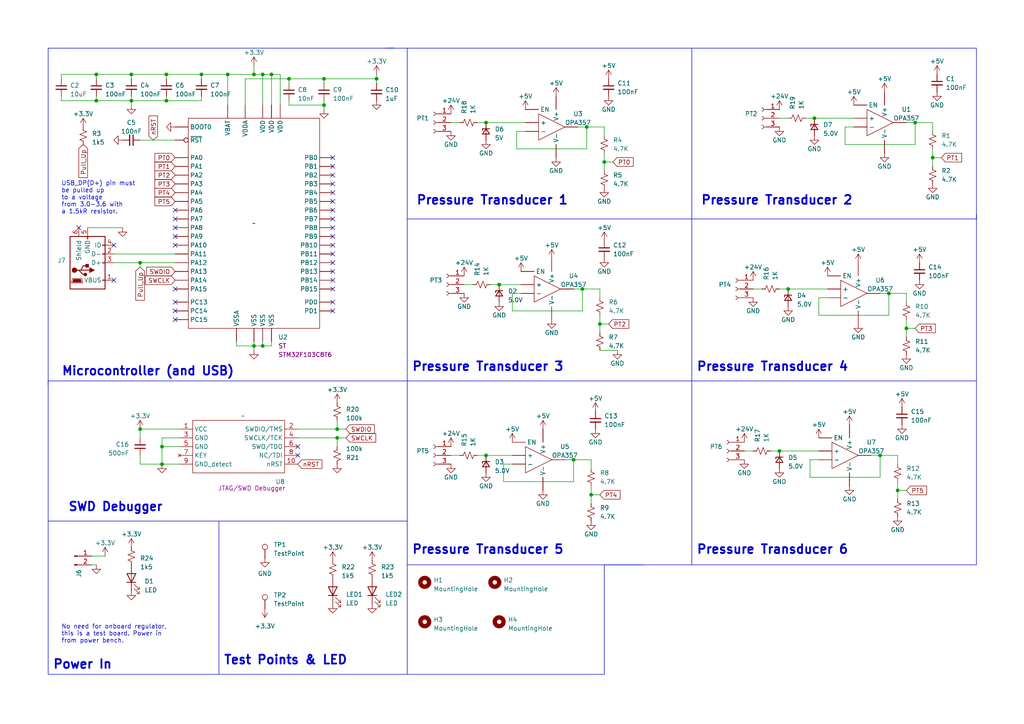
<source format=kicad_sch>
(kicad_sch (version 20230121) (generator eeschema)
  (paper "A4")
  (title_block (title "PT_reading_test") (date "2023-11-09") (rev "1") (company "UCI Rocket Project (Liquids)") (comment 1 "By: Gavin Nguyen and Alexandra Zhang Jiang"))
  (junction (at 97.79 124.46))
  (junction (at 93.98 22.86))
  (junction (at 76.2 21.59))
  (junction (at 38.1 21.59))
  (junction (at 83.82 22.86))
  (junction (at 48.26 21.59))
  (junction (at 175.26 46.99))
  (junction (at 168.91 83.82))
  (junction (at 170.18 36.83))
  (junction (at 46.99 134.62))
  (junction (at 73.66 21.59))
  (junction (at 48.26 29.21))
  (junction (at 27.94 21.59))
  (junction (at 38.1 29.21))
  (junction (at 93.98 30.48))
  (junction (at 73.66 100.33))
  (junction (at 260.35 142.24))
  (junction (at 140.97 132.08))
  (junction (at 78.74 21.59))
  (junction (at 262.89 95.25))
  (junction (at 226.06 130.81))
  (junction (at 270.51 45.72))
  (junction (at 40.64 124.46))
  (junction (at 257.81 85.09))
  (junction (at 255.27 132.08))
  (junction (at 109.22 22.86))
  (junction (at 236.22 34.29))
  (junction (at 173.99 93.98))
  (junction (at 144.78 82.55))
  (junction (at 166.37 133.35))
  (junction (at 27.94 29.21))
  (junction (at 66.04 21.59))
  (junction (at 46.99 129.54))
  (junction (at 97.79 127))
  (junction (at 171.45 143.51))
  (junction (at 228.6 83.82))
  (junction (at 58.42 21.59))
  (junction (at 40.64 76.2))
  (junction (at 140.97 35.56))
  (junction (at 265.43 35.56))
  (junction (at 76.2 100.33))
  (no_connect (at 86.36 129.54))
  (no_connect (at 96.52 55.88))
  (no_connect (at 96.52 83.82))
  (no_connect (at 50.8 71.12))
  (no_connect (at 50.8 63.5))
  (no_connect (at 50.8 83.82))
  (no_connect (at 96.52 48.26))
  (no_connect (at 50.8 90.17))
  (no_connect (at 96.52 76.2))
  (no_connect (at 96.52 81.28))
  (no_connect (at 96.52 50.8))
  (no_connect (at 50.8 60.96))
  (no_connect (at 96.52 58.42))
  (no_connect (at 96.52 66.04))
  (no_connect (at 86.36 132.08))
  (no_connect (at 33.02 81.28))
  (no_connect (at 50.8 68.58))
  (no_connect (at 50.8 66.04))
  (no_connect (at 96.52 71.12))
  (no_connect (at 96.52 90.17))
  (no_connect (at 33.02 71.12))
  (no_connect (at 96.52 78.74))
  (no_connect (at 96.52 73.66))
  (no_connect (at 96.52 87.63))
  (no_connect (at 22.86 66.04))
  (no_connect (at 96.52 60.96))
  (no_connect (at 96.52 68.58))
  (no_connect (at 50.8 92.71))
  (no_connect (at 50.8 87.63))
  (no_connect (at 96.52 53.34))
  (no_connect (at 96.52 45.72))
  (no_connect (at 96.52 63.5))
  (wire (pts (xy 27.94 163.83) (xy 26.67 163.83)))
  (wire (pts (xy 270.51 45.72) (xy 273.05 45.72)))
  (wire (pts (xy 76.2 21.59) (xy 78.74 21.59)))
  (polyline (pts (xy 283.21 13.97) (xy 118.11 13.97)))
  (wire (pts (xy 17.78 21.59) (xy 27.94 21.59)))
  (wire (pts (xy 173.99 101.6) (xy 179.07 101.6)))
  (wire (pts (xy 52.07 127) (xy 46.99 127)))
  (wire (pts (xy 138.43 132.08) (xy 140.97 132.08)))
  (wire (pts (xy 93.98 24.13) (xy 93.98 22.86)))
  (wire (pts (xy 83.82 30.48) (xy 93.98 30.48)))
  (wire (pts (xy 265.43 35.56) (xy 270.51 35.56)))
  (wire (pts (xy 148.59 134.62) (xy 146.05 134.62)))
  (wire (pts (xy 76.2 21.59) (xy 76.2 30.48)))
  (wire (pts (xy 38.1 29.21) (xy 38.1 30.48)))
  (wire (pts (xy 257.81 91.44) (xy 257.81 85.09)))
  (wire (pts (xy 171.45 133.35) (xy 171.45 135.89)))
  (wire (pts (xy 233.68 34.29) (xy 236.22 34.29)))
  (wire (pts (xy 260.35 139.7) (xy 260.35 142.24)))
  (wire (pts (xy 76.2 99.06) (xy 76.2 100.33)))
  (wire (pts (xy 175.26 46.99) (xy 175.26 49.53)))
  (wire (pts (xy 175.26 36.83) (xy 175.26 39.37)))
  (wire (pts (xy 40.64 127) (xy 40.64 124.46)))
  (wire (pts (xy 257.81 85.09) (xy 255.27 85.09)))
  (polyline (pts (xy 186.69 163.83) (xy 118.11 163.83)))
  (wire (pts (xy 73.66 21.59) (xy 76.2 21.59)))
  (wire (pts (xy 260.35 132.08) (xy 260.35 134.62)))
  (wire (pts (xy 171.45 140.97) (xy 171.45 143.51)))
  (polyline (pts (xy 13.97 151.13) (xy 118.11 151.13)))
  (wire (pts (xy 17.78 29.21) (xy 27.94 29.21)))
  (wire (pts (xy 152.4 38.1) (xy 149.86 38.1)))
  (wire (pts (xy 78.74 99.06) (xy 78.74 100.33)))
  (wire (pts (xy 226.06 130.81) (xy 237.49 130.81)))
  (wire (pts (xy 97.79 127) (xy 86.36 127)))
  (wire (pts (xy 168.91 83.82) (xy 173.99 83.82)))
  (wire (pts (xy 171.45 143.51) (xy 173.99 143.51)))
  (wire (pts (xy 146.05 134.62) (xy 146.05 139.7)))
  (polyline (pts (xy 13.97 110.49) (xy 13.97 13.97)))
  (wire (pts (xy 218.44 83.82) (xy 220.98 83.82)))
  (wire (pts (xy 68.58 99.06) (xy 68.58 100.33)))
  (polyline (pts (xy 63.5 151.13) (xy 63.5 195.58)))
  (wire (pts (xy 40.64 124.46) (xy 52.07 124.46)))
  (wire (pts (xy 48.26 29.21) (xy 58.42 29.21)))
  (wire (pts (xy 73.66 101.6) (xy 73.66 100.33)))
  (wire (pts (xy 48.26 21.59) (xy 58.42 21.59)))
  (wire (pts (xy 38.1 29.21) (xy 38.1 27.94)))
  (wire (pts (xy 27.94 29.21) (xy 38.1 29.21)))
  (wire (pts (xy 237.49 91.44) (xy 257.81 91.44)))
  (polyline (pts (xy 118.11 195.58) (xy 175.26 195.58)))
  (polyline (pts (xy 283.21 163.83) (xy 283.21 13.97)))
  (wire (pts (xy 86.36 124.46) (xy 97.79 124.46)))
  (wire (pts (xy 58.42 29.21) (xy 58.42 27.94)))
  (wire (pts (xy 46.99 134.62) (xy 52.07 134.62)))
  (wire (pts (xy 245.11 36.83) (xy 245.11 41.91)))
  (wire (pts (xy 134.62 82.55) (xy 137.16 82.55)))
  (polyline (pts (xy 118.11 195.58) (xy 118.11 151.13)))
  (wire (pts (xy 40.64 76.2) (xy 40.64 77.47)))
  (wire (pts (xy 234.95 133.35) (xy 234.95 138.43)))
  (wire (pts (xy 223.52 130.81) (xy 226.06 130.81)))
  (polyline (pts (xy 113.03 13.97) (xy 118.11 13.97)))
  (wire (pts (xy 255.27 132.08) (xy 260.35 132.08)))
  (wire (pts (xy 68.58 100.33) (xy 73.66 100.33)))
  (wire (pts (xy 140.97 132.08) (xy 148.59 132.08)))
  (polyline (pts (xy 19.05 13.97) (xy 19.05 13.97)))
  (polyline (pts (xy 13.97 151.13) (xy 13.97 195.58)))
  (wire (pts (xy 173.99 91.44) (xy 173.99 93.98)))
  (wire (pts (xy 166.37 139.7) (xy 166.37 133.35)))
  (wire (pts (xy 148.59 85.09) (xy 148.59 90.17)))
  (polyline (pts (xy 13.97 110.49) (xy 13.97 111.76)))
  (wire (pts (xy 83.82 22.86) (xy 93.98 22.86)))
  (wire (pts (xy 237.49 133.35) (xy 234.95 133.35)))
  (wire (pts (xy 17.78 22.86) (xy 17.78 21.59)))
  (wire (pts (xy 66.04 21.59) (xy 66.04 30.48)))
  (wire (pts (xy 83.82 24.13) (xy 83.82 22.86)))
  (wire (pts (xy 166.37 133.35) (xy 171.45 133.35)))
  (wire (pts (xy 262.89 92.71) (xy 262.89 95.25)))
  (wire (pts (xy 40.64 76.2) (xy 50.8 76.2)))
  (wire (pts (xy 58.42 21.59) (xy 58.42 22.86)))
  (polyline (pts (xy 118.11 63.5) (xy 200.66 63.5)))
  (wire (pts (xy 100.33 124.46) (xy 97.79 124.46)))
  (wire (pts (xy 83.82 29.21) (xy 83.82 30.48)))
  (wire (pts (xy 48.26 27.94) (xy 48.26 29.21)))
  (wire (pts (xy 66.04 21.59) (xy 73.66 21.59)))
  (wire (pts (xy 255.27 132.08) (xy 252.73 132.08)))
  (wire (pts (xy 130.81 132.08) (xy 133.35 132.08)))
  (wire (pts (xy 173.99 93.98) (xy 176.53 93.98)))
  (wire (pts (xy 255.27 138.43) (xy 255.27 132.08)))
  (polyline (pts (xy 200.66 110.49) (xy 283.21 110.49)))
  (wire (pts (xy 27.94 21.59) (xy 38.1 21.59)))
  (wire (pts (xy 38.1 21.59) (xy 48.26 21.59)))
  (wire (pts (xy 270.51 35.56) (xy 270.51 38.1)))
  (wire (pts (xy 234.95 138.43) (xy 255.27 138.43)))
  (wire (pts (xy 93.98 22.86) (xy 109.22 22.86)))
  (wire (pts (xy 175.26 46.99) (xy 177.8 46.99)))
  (wire (pts (xy 109.22 21.59) (xy 109.22 22.86)))
  (wire (pts (xy 142.24 82.55) (xy 144.78 82.55)))
  (wire (pts (xy 40.64 40.64) (xy 50.8 40.64)))
  (wire (pts (xy 73.66 100.33) (xy 76.2 100.33)))
  (wire (pts (xy 109.22 22.86) (xy 109.22 24.13)))
  (wire (pts (xy 262.89 95.25) (xy 265.43 95.25)))
  (polyline (pts (xy 200.66 110.49) (xy 118.11 110.49)))
  (wire (pts (xy 262.89 85.09) (xy 262.89 87.63)))
  (wire (pts (xy 73.66 19.05) (xy 73.66 21.59)))
  (wire (pts (xy 245.11 41.91) (xy 265.43 41.91)))
  (wire (pts (xy 76.2 100.33) (xy 78.74 100.33)))
  (wire (pts (xy 81.28 21.59) (xy 81.28 30.48)))
  (wire (pts (xy 40.64 134.62) (xy 46.99 134.62)))
  (wire (pts (xy 93.98 30.48) (xy 93.98 29.21)))
  (polyline (pts (xy 200.66 63.5) (xy 283.21 63.5)))
  (wire (pts (xy 149.86 43.18) (xy 170.18 43.18)))
  (polyline (pts (xy 200.66 110.49) (xy 200.66 163.83)))
  (wire (pts (xy 33.02 73.66) (xy 50.8 73.66)))
  (wire (pts (xy 97.79 127) (xy 100.33 127)))
  (wire (pts (xy 168.91 90.17) (xy 168.91 83.82)))
  (polyline (pts (xy 283.21 62.23) (xy 283.21 63.5)))
  (polyline (pts (xy 118.11 13.97) (xy 118.11 110.49)))
  (wire (pts (xy 33.02 76.2) (xy 40.64 76.2)))
  (wire (pts (xy 93.98 30.48) (xy 93.98 31.75)))
  (wire (pts (xy 138.43 35.56) (xy 140.97 35.56)))
  (wire (pts (xy 144.78 82.55) (xy 151.13 82.55)))
  (wire (pts (xy 240.03 86.36) (xy 237.49 86.36)))
  (wire (pts (xy 171.45 143.51) (xy 171.45 146.05)))
  (wire (pts (xy 257.81 85.09) (xy 262.89 85.09)))
  (polyline (pts (xy 13.97 195.58) (xy 118.11 195.58)))
  (wire (pts (xy 48.26 21.59) (xy 48.26 22.86)))
  (wire (pts (xy 140.97 35.56) (xy 152.4 35.56)))
  (wire (pts (xy 38.1 21.59) (xy 38.1 22.86)))
  (wire (pts (xy 270.51 45.72) (xy 270.51 48.26)))
  (wire (pts (xy 71.12 22.86) (xy 83.82 22.86)))
  (wire (pts (xy 71.12 22.86) (xy 71.12 30.48)))
  (wire (pts (xy 173.99 83.82) (xy 173.99 86.36)))
  (polyline (pts (xy 200.66 63.5) (xy 200.66 13.97)))
  (wire (pts (xy 175.26 44.45) (xy 175.26 46.99)))
  (polyline (pts (xy 175.26 195.58) (xy 175.26 163.83)))
  (wire (pts (xy 228.6 83.82) (xy 240.03 83.82)))
  (wire (pts (xy 46.99 129.54) (xy 46.99 134.62)))
  (wire (pts (xy 78.74 21.59) (xy 81.28 21.59)))
  (wire (pts (xy 58.42 21.59) (xy 66.04 21.59)))
  (wire (pts (xy 262.89 95.25) (xy 262.89 97.79)))
  (wire (pts (xy 226.06 83.82) (xy 228.6 83.82)))
  (polyline (pts (xy 13.97 13.97) (xy 114.3 13.97)))
  (wire (pts (xy 148.59 90.17) (xy 168.91 90.17)))
  (polyline (pts (xy 118.11 110.49) (xy 13.97 110.49)))
  (wire (pts (xy 27.94 21.59) (xy 27.94 22.86)))
  (wire (pts (xy 40.64 132.08) (xy 40.64 134.62)))
  (wire (pts (xy 146.05 139.7) (xy 166.37 139.7)))
  (wire (pts (xy 17.78 27.94) (xy 17.78 29.21)))
  (wire (pts (xy 260.35 142.24) (xy 262.89 142.24)))
  (wire (pts (xy 170.18 36.83) (xy 167.64 36.83)))
  (wire (pts (xy 30.48 161.29) (xy 26.67 161.29)))
  (polyline (pts (xy 111.76 13.97) (xy 114.3 13.97)))
  (wire (pts (xy 166.37 133.35) (xy 163.83 133.35)))
  (wire (pts (xy 170.18 43.18) (xy 170.18 36.83)))
  (wire (pts (xy 247.65 36.83) (xy 245.11 36.83)))
  (wire (pts (xy 151.13 85.09) (xy 148.59 85.09)))
  (wire (pts (xy 260.35 142.24) (xy 260.35 144.78)))
  (wire (pts (xy 46.99 127) (xy 46.99 129.54)))
  (wire (pts (xy 168.91 83.82) (xy 166.37 83.82)))
  (wire (pts (xy 170.18 36.83) (xy 175.26 36.83)))
  (wire (pts (xy 78.74 21.59) (xy 78.74 30.48)))
  (wire (pts (xy 236.22 34.29) (xy 247.65 34.29)))
  (wire (pts (xy 265.43 41.91) (xy 265.43 35.56)))
  (polyline (pts (xy 118.11 151.13) (xy 118.11 110.49)))
  (wire (pts (xy 130.81 35.56) (xy 133.35 35.56)))
  (polyline (pts (xy 13.97 110.49) (xy 13.97 151.13)))
  (wire (pts (xy 46.99 129.54) (xy 52.07 129.54)))
  (wire (pts (xy 25.4 66.04) (xy 35.56 66.04)))
  (wire (pts (xy 270.51 43.18) (xy 270.51 45.72)))
  (wire (pts (xy 27.94 27.94) (xy 27.94 29.21)))
  (wire (pts (xy 265.43 35.56) (xy 262.89 35.56)))
  (wire (pts (xy 173.99 93.98) (xy 173.99 96.52)))
  (wire (pts (xy 215.9 130.81) (xy 218.44 130.81)))
  (wire (pts (xy 97.79 121.92) (xy 97.79 124.46)))
  (polyline (pts (xy 200.66 63.5) (xy 200.66 110.49)))
  (wire (pts (xy 149.86 38.1) (xy 149.86 43.18)))
  (wire (pts (xy 38.1 29.21) (xy 48.26 29.21)))
  (wire (pts (xy 73.66 99.06) (xy 73.66 100.33)))
  (polyline (pts (xy 175.26 163.83) (xy 283.21 163.83)))
  (wire (pts (xy 97.79 129.54) (xy 97.79 127)))
  (wire (pts (xy 237.49 86.36) (xy 237.49 91.44)))
  (wire (pts (xy 226.06 34.29) (xy 228.6 34.29)))
  (text "SWD Debugger" (at 19.685 148.59 0) (effects (font (size 2.5 2.5) (thickness 0.5) bold) (justify left bottom)))
  (text "Pressure Transducer 1" (at 120.65 59.69 0) (effects (font (size 2.55 2.55) (thickness 0.51) bold) (justify left bottom)))
  (text "Pressure Transducer 2\n" (at 203.2 59.69 0) (effects (font (size 2.55 2.55) (thickness 0.51) bold) (justify left bottom)))
  (text "Pressure Transducer 4\n" (at 201.93 107.95 0) (effects (font (size 2.55 2.55) (thickness 0.51) bold) (justify left bottom)))
  (text "Microcontroller (and USB)" (at 17.78 109.22 0) (effects (font (size 2.5 2.5) (thickness 0.5) bold) (justify left bottom)))
  (text "Pressure Transducer 6\n\n" (at 201.93 165.1 0) (effects (font (size 2.55 2.55) (thickness 0.51) bold) (justify left bottom)))
  (text "USB_DP(D+) pin must\nbe pulled up\nto a voltage\nfrom 3.0-3.6 with\na 1.5kR resistor." (at 17.78 62.23 0) (effects (font (size 1.27 1.27)) (justify left bottom)))
  (text "Power In" (at 15.24 194.31 0) (effects (font (size 2.55 2.55) (thickness 0.51) bold) (justify left bottom)))
  (text "Pressure Transducer 5\n\n" (at 119.38 165.1 0) (effects (font (size 2.55 2.55) (thickness 0.51) bold) (justify left bottom)))
  (text "No need for onboard regulator,\nthis is a test board. Power in\nfrom power bench." (at 17.78 186.69 0) (effects (font (size 1.27 1.27)) (justify left bottom)))
  (text "Test Points & LED" (at 64.77 193.04 0) (effects (font (size 2.55 2.55) (thickness 0.51) bold) (justify left bottom)))
  (text "Pressure Transducer 3\n" (at 119.38 107.95 0) (effects (font (size 2.55 2.55) (thickness 0.51) bold) (justify left bottom)))
  (global_label "PT1" (shape input) (at 50.8 48.26 180) (property "Intersheetrefs" "${INTERSHEET_REFS}" (effects hide)))
  (global_label "PT2" (shape input) (at 50.8 50.8 180) (property "Intersheetrefs" "${INTERSHEET_REFS}" (effects hide)))
  (global_label "PT0" (shape input) (at 177.8 46.99 0) (property "Intersheetrefs" "${INTERSHEET_REFS}" (effects hide)))
  (global_label "PT0" (shape input) (at 50.8 45.72 180) (property "Intersheetrefs" "${INTERSHEET_REFS}" (effects hide)))
  (global_label "Pull_Up" (shape input) (at 24.13 41.91 270) (property "Intersheetrefs" "${INTERSHEET_REFS}" (effects hide)))
  (global_label "SWDIO" (shape input) (at 50.8 78.74 180) (property "Intersheetrefs" "${INTERSHEET_REFS}" (effects hide)))
  (global_label "PT2" (shape input) (at 176.53 93.98 0) (property "Intersheetrefs" "${INTERSHEET_REFS}" (effects hide)))
  (global_label "Pull_Up" (shape input) (at 40.64 77.47 270) (property "Intersheetrefs" "${INTERSHEET_REFS}" (effects hide)))
  (global_label "PT3" (shape input) (at 265.43 95.25 0) (property "Intersheetrefs" "${INTERSHEET_REFS}" (effects hide)))
  (global_label "nRST" (shape input) (at 44.45 40.64 90) (property "Intersheetrefs" "${INTERSHEET_REFS}" (effects hide)))
  (global_label "PT4" (shape input) (at 50.8 55.88 180) (property "Intersheetrefs" "${INTERSHEET_REFS}" (effects hide)))
  (global_label "SWCLK" (shape input) (at 50.8 81.28 180) (property "Intersheetrefs" "${INTERSHEET_REFS}" (effects hide)))
  (global_label "SWDIO" (shape input) (at 100.33 124.46 0) (property "Intersheetrefs" "${INTERSHEET_REFS}" (effects hide)))
  (global_label "PT1" (shape input) (at 273.05 45.72 0) (property "Intersheetrefs" "${INTERSHEET_REFS}" (effects hide)))
  (global_label "nRST" (shape input) (at 86.36 134.62 0) (property "Intersheetrefs" "${INTERSHEET_REFS}" (effects hide)))
  (global_label "PT5" (shape input) (at 262.89 142.24 0) (property "Intersheetrefs" "${INTERSHEET_REFS}" (effects hide)))
  (global_label "PT3" (shape input) (at 50.8 53.34 180) (property "Intersheetrefs" "${INTERSHEET_REFS}" (effects hide)))
  (global_label "SWCLK" (shape input) (at 100.33 127 0) (property "Intersheetrefs" "${INTERSHEET_REFS}" (effects hide)))
  (global_label "PT4" (shape input) (at 173.99 143.51 0) (property "Intersheetrefs" "${INTERSHEET_REFS}" (effects hide)))
  (global_label "PT5" (shape input) (at 50.8 58.42 180) (property "Intersheetrefs" "${INTERSHEET_REFS}" (effects hide)))
  (symbol (lib_id "power:+5V") (at 152.4 31.75 0) (unit 1)
    (property "Reference" "#PWR027" (effects hide))
    (property "Value" "+5V" (at 152.4 27.94 0))
  )
  (symbol (lib_id "power:+5V") (at 157.48 124.46 0) (unit 1)
    (property "Reference" "#PWR044" (effects hide))
    (property "Value" "+5V" (at 157.48 120.65 0))
  )
  (symbol (lib_id "power:GND") (at 144.78 87.63 0) (unit 1)
    (property "Reference" "#PWR065" (effects hide))
    (property "Value" "GND" (at 144.78 91.44 0))
  )
  (symbol (lib_id "power:GND") (at 109.22 29.21 0) (unit 1)
    (property "Reference" "#PWR020" (effects hide))
    (property "Value" "GND" (effects hide))
  )
  (symbol (lib_id "power:+5V") (at 160.02 74.93 0) (unit 1)
    (property "Reference" "#PWR036" (effects hide))
    (property "Value" "+5V" (at 160.02 71.12 0))
  )
  (symbol (lib_id "Mechanical:MountingHole") (at 143.51 168.91 0) (unit 1)
    (property "Reference" "H2" (at 146.05 168.275 0) (effects (justify left)))
    (property "Value" "MountingHole" (at 146.05 170.815 0) (effects (justify left)))
    (property "Footprint" "MountingHole:MountingHole_3.2mm_M3" (effects hide))
  )
  (symbol (lib_id "power:GND") (at 38.1 30.48 0) (unit 1)
    (property "Reference" "#PWR014" (effects hide))
    (property "Value" "GND" (effects hide))
  )
  (symbol (lib_id "power:GND") (at 35.56 66.04 0) (unit 1)
    (property "Reference" "#PWR013" (effects hide))
    (property "Value" "GND" (effects hide))
  )
  (symbol (lib_id "power:GND") (at 157.48 142.24 0) (unit 1)
    (property "Reference" "#PWR045" (effects hide))
    (property "Value" "GND" (at 157.48 146.05 0))
  )
  (symbol (lib_id "power:+5V") (at 248.92 76.2 0) (unit 1)
    (property "Reference" "#PWR052" (effects hide))
    (property "Value" "+5V" (at 248.92 72.39 0))
  )
  (symbol (lib_id "Device:R_Small_US") (at 175.26 52.07 0) (unit 1)
    (property "Reference" "R5" (at 177.8 50.8 0) (effects (justify left)))
    (property "Value" "4.7K" (at 177.8 53.34 0) (effects (justify left)))
    (property "Footprint" "Resistor_SMD:R_0603_1608Metric" (effects hide))
    (property "Manufacturer" "Generic" (effects hide))
    (property "Part #" "Generic 4.7K 0603 Resistor" (effects hide))
  )
  (symbol (lib_id "Connector:Conn_01x03_Female") (at 125.73 132.08 0) (mirror y) (unit 1)
    (property "Reference" "PT5" (at 124.46 130.81 0) (effects (justify left)))
    (property "Value" "Pressure Transducer 0" (effects hide))
    (property "Footprint" "TerminalBlock:TerminalBlock_bornier-3_P5.08mm" (effects hide))
    (property "Manufacturer" "Generic" (effects hide))
    (property "Part #" "Generic 3x5.08 Screw Terminal" (effects hide))
  )
  (symbol (lib_id "power:GND") (at 76.835 161.925 0) (unit 1)
    (property "Reference" "#PWR075" (effects hide))
    (property "Value" "GND" (at 76.835 166.37 0))
  )
  (symbol (lib_id "power:+3.3V") (at 38.1 158.75 0) (unit 1)
    (property "Reference" "#PWR023" (effects hide))
    (property "Value" "+3.3V" (at 38.1 154.94 0))
  )
  (symbol (lib_id "Device:R_Small_US") (at 97.79 119.38 0) (unit 1)
    (property "Reference" "R20" (at 100.33 118.745 0) (effects (justify left)))
    (property "Value" "100k" (at 100.33 121.285 0) (effects (justify left)))
    (property "Footprint" "Resistor_SMD:R_0603_1608Metric" (effects hide))
  )
  (symbol (lib_id "Device:R_Small_US") (at 24.13 39.37 0) (unit 1)
    (property "Reference" "R3" (at 26.67 38.735 0) (effects (justify left)))
    (property "Value" "1k5" (at 26.67 41.275 0) (effects (justify left)))
    (property "Footprint" "Resistor_SMD:R_0402_1005Metric" (effects hide))
  )
  (symbol (lib_id "power:+24V") (at 218.44 81.28 0) (unit 1)
    (property "Reference" "#PWR049" (effects hide))
    (property "Value" "+24V" (at 218.44 77.47 0))
  )
  (symbol (lib_id "Device:R_Small_US") (at 38.1 161.29 0) (unit 1)
    (property "Reference" "R24" (at 40.64 161.925 0) (effects (justify left)))
    (property "Value" "1k5" (at 40.64 164.465 0) (effects (justify left)))
    (property "Footprint" "Resistor_SMD:R_0603_1608Metric" (effects hide))
  )
  (symbol (lib_id "ECU:OPA357") (at 157.48 83.82 0) (unit 1)
    (property "Reference" "U4" (at 166.37 80.01 0))
    (property "Value" "OPA357" (at 166.37 82.55 0))
    (property "Footprint" "Package_TO_SOT_SMD:SOT-23-6" (effects hide))
    (property "Manufacturer" "TI" (effects hide))
    (property "Part #" "OPA357AIDBVT" (effects hide))
  )
  (symbol (lib_id "power:GND") (at 96.52 175.26 0) (unit 1)
    (property "Reference" "#PWR078" (effects hide))
    (property "Value" "GND" (effects hide))
  )
  (symbol (lib_id "power:GND") (at 226.06 36.83 0) (unit 1)
    (property "Reference" "#PWR02" (effects hide))
    (property "Value" "GND" (at 226.06 40.64 0))
  )
  (symbol (lib_id "power:+24V") (at 130.81 33.02 0) (unit 1)
    (property "Reference" "#PWR025" (effects hide))
    (property "Value" "+24V" (at 130.81 29.21 0))
  )
  (symbol (lib_id "Device:D_Zener_Small") (at 140.97 38.1 90) (mirror x) (unit 1)
    (property "Reference" "D6" (at 143.51 37.465 90) (effects (justify right)))
    (property "Value" "5V" (at 143.51 40.005 90) (effects (justify right)))
    (property "Footprint" "Diode_SMD:D_0402_1005Metric" (effects hide))
  )
  (symbol (lib_id "power:GND") (at 260.35 149.86 0) (unit 1)
    (property "Reference" "#PWR062" (effects hide))
    (property "Value" "GND" (at 260.35 153.67 0))
  )
  (symbol (lib_id "power:GND") (at 175.26 54.61 0) (unit 1)
    (property "Reference" "#PWR030" (effects hide))
    (property "Value" "GND" (at 175.26 58.42 0))
  )
  (symbol (lib_id "Device:R_Small_US") (at 220.98 130.81 90) (unit 1)
    (property "Reference" "R17" (at 219.71 128.27 0) (effects (justify left)))
    (property "Value" "1K" (at 222.25 128.27 0) (effects (justify left)))
    (property "Footprint" "Resistor_SMD:R_0603_1608Metric" (effects hide))
    (property "Manufacturer" "Generic" (effects hide))
    (property "Part #" "Generic 4.7K 0603 Resistor" (effects hide))
  )
  (symbol (lib_id "power:GND") (at 172.72 124.46 0) (unit 1)
    (property "Reference" "#PWR048" (effects hide))
    (property "Value" "GND" (at 172.72 128.27 0))
  )
  (symbol (lib_id "power:+5V") (at 240.03 80.01 0) (unit 1)
    (property "Reference" "#PWR051" (effects hide))
    (property "Value" "+5V" (at 240.03 76.2 0))
  )
  (symbol (lib_id "power:+5V") (at 151.13 78.74 0) (unit 1)
    (property "Reference" "#PWR035" (effects hide))
    (property "Value" "+5V" (at 151.13 74.93 0))
  )
  (symbol (lib_id "Mechanical:MountingHole") (at 144.78 180.34 0) (unit 1)
    (property "Reference" "H4" (at 147.32 179.705 0) (effects (justify left)))
    (property "Value" "MountingHole" (at 147.32 182.245 0) (effects (justify left)))
    (property "Footprint" "MountingHole:MountingHole_3.2mm_M3" (effects hide))
  )
  (symbol (lib_id "power:+3.3V") (at 30.48 161.29 0) (unit 1)
    (property "Reference" "#PWR022" (effects hide))
    (property "Value" "+3.3V" (at 30.48 157.48 0))
  )
  (symbol (lib_id "ECU:OPA357") (at 243.84 132.08 0) (unit 1)
    (property "Reference" "U7" (at 252.73 128.27 0))
    (property "Value" "OPA357" (at 252.73 130.81 0))
    (property "Footprint" "Package_TO_SOT_SMD:SOT-23-6" (effects hide))
    (property "Manufacturer" "TI" (effects hide))
    (property "Part #" "OPA357AIDBVT" (effects hide))
  )
  (symbol (lib_id "power:+5V") (at 148.59 128.27 0) (unit 1)
    (property "Reference" "#PWR043" (effects hide))
    (property "Value" "+5V" (at 148.59 124.46 0))
  )
  (symbol (lib_id "power:+5V") (at 175.26 69.85 0) (unit 1)
    (property "Reference" "#PWR039" (effects hide))
    (property "Value" "+5V" (at 175.26 66.04 0))
  )
  (symbol (lib_id "power:GND") (at 93.98 31.75 0) (unit 1)
    (property "Reference" "#PWR018" (effects hide))
    (property "Value" "GND" (effects hide))
  )
  (symbol (lib_id "Device:C_Small") (at 58.42 25.4 0) (unit 1)
    (property "Reference" "C7" (at 60.96 24.7713 0) (effects (justify left)))
    (property "Value" "100nF" (at 60.96 27.3113 0) (effects (justify left)))
    (property "Footprint" "Capacitor_SMD:C_0402_1005Metric" (effects hide))
  )
  (symbol (lib_id "Connector:USB_B_Micro") (at 25.4 76.2 0) (mirror x) (unit 1)
    (property "Reference" "J7" (at 19.05 75.565 0) (effects (justify right)))
    (property "Value" "USB_B_Micro" (effects hide))
    (property "Footprint" "Connector_USB:USB_Micro-B_Wuerth_629105150521" (effects hide))
  )
  (symbol (lib_id "power:GND") (at 130.81 134.62 0) (unit 1)
    (property "Reference" "#PWR042" (effects hide))
    (property "Value" "GND" (at 130.81 138.43 0))
  )
  (symbol (lib_id "Device:LED") (at 96.52 171.45 90) (unit 1)
    (property "Reference" "LED1" (at 100.33 172.4025 90) (effects (justify right)))
    (property "Value" "LED" (at 100.33 174.9425 90) (effects (justify right)))
    (property "Footprint" "LED_SMD:LED_0603_1608Metric" (effects hide))
  )
  (symbol (lib_id "Device:C_Small") (at 83.82 26.67 0) (unit 1)
    (property "Reference" "C8" (at 86.36 26.0413 0) (effects (justify left)))
    (property "Value" "10nF" (at 86.36 28.5813 0) (effects (justify left)))
    (property "Footprint" "Capacitor_SMD:C_0402_1005Metric" (effects hide))
  )
  (symbol (lib_id "Device:R_Small_US") (at 223.52 83.82 90) (unit 1)
    (property "Reference" "R16" (at 222.25 81.28 0) (effects (justify left)))
    (property "Value" "1K" (at 224.79 81.28 0) (effects (justify left)))
    (property "Footprint" "Resistor_SMD:R_0603_1608Metric" (effects hide))
    (property "Manufacturer" "Generic" (effects hide))
    (property "Part #" "Generic 4.7K 0603 Resistor" (effects hide))
  )
  (symbol (lib_id "Device:R_Small_US") (at 173.99 99.06 0) (unit 1)
    (property "Reference" "R7" (at 176.53 97.79 0) (effects (justify left)))
    (property "Value" "4.7K" (at 176.53 100.33 0) (effects (justify left)))
    (property "Footprint" "Resistor_SMD:R_0603_1608Metric" (effects hide))
    (property "Manufacturer" "Generic" (effects hide))
    (property "Part #" "Generic 4.7K 0603 Resistor" (effects hide))
  )
  (symbol (lib_id "power:+3.3V") (at 109.22 21.59 0) (unit 1)
    (property "Reference" "#PWR019" (effects hide))
    (property "Value" "+3.3V" (at 109.22 17.78 0))
  )
  (symbol (lib_id "power:GND") (at 140.97 137.16 0) (unit 1)
    (property "Reference" "#PWR066" (effects hide))
    (property "Value" "GND" (at 140.97 140.97 0))
  )
  (symbol (lib_id "Device:R_Small_US") (at 270.51 50.8 0) (unit 1)
    (property "Reference" "R2" (at 273.05 49.53 0) (effects (justify left)))
    (property "Value" "4.7K" (at 273.05 52.07 0) (effects (justify left)))
    (property "Footprint" "Resistor_SMD:R_0603_1608Metric" (effects hide))
    (property "Manufacturer" "Generic" (effects hide))
    (property "Part #" "Generic 4.7K 0603 Resistor" (effects hide))
  )
  (symbol (lib_id "power:+5V") (at 256.54 26.67 0) (unit 1)
    (property "Reference" "#PWR04" (effects hide))
    (property "Value" "+5V" (at 256.54 22.86 0))
  )
  (symbol (lib_id "Connector:Conn_01x02_Pin") (at 21.59 161.29 0) (unit 1)
    (property "Reference" "J6" (at 22.86 165.1 90) (effects (justify right)))
    (property "Value" "Conn_01x02_Pin" (effects hide))
    (property "Footprint" "TerminalBlock:TerminalBlock_bornier-2_P5.08mm" (effects hide))
  )
  (symbol (lib_id "Device:C_Small") (at 93.98 26.67 0) (unit 1)
    (property "Reference" "C9" (at 96.52 26.0413 0) (effects (justify left)))
    (property "Value" "100nF" (at 96.52 28.5813 0) (effects (justify left)))
    (property "Footprint" "Capacitor_SMD:C_0402_1005Metric" (effects hide))
  )
  (symbol (lib_id "Device:R_Small_US") (at 270.51 40.64 0) (unit 1)
    (property "Reference" "R1" (at 273.05 39.37 0) (effects (justify left)))
    (property "Value" "4.7K" (at 273.05 41.91 0) (effects (justify left)))
    (property "Footprint" "Resistor_SMD:R_0603_1608Metric" (effects hide))
    (property "Manufacturer" "Generic" (effects hide))
    (property "Part #" "Generic 4.7K 0603 Resistor" (effects hide))
  )
  (symbol (lib_id "power:+3.3V") (at 76.835 176.53 180) (unit 1)
    (property "Reference" "#PWR076" (effects hide))
    (property "Value" "+3.3V" (at 76.835 181.61 0))
  )
  (symbol (lib_id "Device:R_Small_US") (at 171.45 138.43 0) (unit 1)
    (property "Reference" "R8" (at 173.99 137.16 0) (effects (justify left)))
    (property "Value" "4.7K" (at 173.99 139.7 0) (effects (justify left)))
    (property "Footprint" "Resistor_SMD:R_0603_1608Metric" (effects hide))
    (property "Manufacturer" "Generic" (effects hide))
    (property "Part #" "Generic 4.7K 0603 Resistor" (effects hide))
  )
  (symbol (lib_id "Device:LED") (at 107.95 171.45 90) (unit 1)
    (property "Reference" "LED2" (at 111.76 172.4025 90) (effects (justify right)))
    (property "Value" "LED" (at 111.76 174.9425 90) (effects (justify right)))
    (property "Footprint" "LED_SMD:LED_0603_1608Metric" (effects hide))
  )
  (symbol (lib_id "power:+24V") (at 130.81 129.54 0) (unit 1)
    (property "Reference" "#PWR041" (effects hide))
    (property "Value" "+24V" (at 130.81 125.73 0))
  )
  (symbol (lib_id "power:GND") (at 226.06 135.89 0) (unit 1)
    (property "Reference" "#PWR068" (effects hide))
    (property "Value" "GND" (at 226.06 139.7 0))
  )
  (symbol (lib_id "Device:C_Small") (at 27.94 25.4 0) (unit 1)
    (property "Reference" "C3" (at 30.48 24.7713 0) (effects (justify left)))
    (property "Value" "100nF" (at 30.48 27.3113 0) (effects (justify left)))
    (property "Footprint" "Capacitor_SMD:C_0402_1005Metric" (effects hide))
  )
  (symbol (lib_id "Device:R_Small_US") (at 135.89 35.56 90) (unit 1)
    (property "Reference" "R18" (at 134.62 33.02 0) (effects (justify left)))
    (property "Value" "1K" (at 137.16 33.02 0) (effects (justify left)))
    (property "Footprint" "Resistor_SMD:R_0603_1608Metric" (effects hide))
    (property "Manufacturer" "Generic" (effects hide))
    (property "Part #" "Generic 4.7K 0603 Resistor" (effects hide))
  )
  (symbol (lib_id "Device:C_Small") (at 175.26 72.39 0) (unit 1)
    (property "Reference" "C12" (at 177.8 71.12 0) (effects (justify left)))
    (property "Value" "100nF" (at 177.8 73.66 0) (effects (justify left)))
    (property "Footprint" "Capacitor_SMD:C_0603_1608Metric" (effects hide))
    (property "Manufacturer" "Generic" (effects hide))
    (property "Part #" "Generic 100nF 0603 MLCC" (effects hide))
  )
  (symbol (lib_id "Connector:TestPoint") (at 76.835 176.53 0) (unit 1)
    (property "Reference" "TP2" (at 79.375 172.593 0) (effects (justify left)))
    (property "Value" "TestPoint" (at 79.375 175.133 0) (effects (justify left)))
    (property "Footprint" "TestPoint:TestPoint_Pad_D2.0mm" (effects hide))
  )
  (symbol (lib_id "Device:R_Small_US") (at 96.52 165.1 180) (unit 1)
    (property "Reference" "R22" (at 99.06 164.465 0) (effects (justify right)))
    (property "Value" "1k5" (at 99.06 167.005 0) (effects (justify right)))
    (property "Footprint" "Resistor_SMD:R_0603_1608Metric" (effects hide))
  )
  (symbol (lib_id "power:+24V") (at 226.06 31.75 0) (unit 1)
    (property "Reference" "#PWR01" (effects hide))
    (property "Value" "+24V" (at 226.06 27.94 0))
  )
  (symbol (lib_id "Device:C_Small") (at 271.78 24.13 0) (unit 1)
    (property "Reference" "C1" (at 274.32 22.86 0) (effects (justify left)))
    (property "Value" "100nF" (at 274.32 25.4 0) (effects (justify left)))
    (property "Footprint" "Capacitor_SMD:C_0603_1608Metric" (effects hide))
    (property "Manufacturer" "Generic" (effects hide))
    (property "Part #" "Generic 100nF 0603 MLCC" (effects hide))
  )
  (symbol (lib_id "Device:C_Small") (at 40.64 129.54 0) (mirror x) (unit 1)
    (property "Reference" "C16" (at 37.465 128.8986 0) (effects (justify right)))
    (property "Value" "500nF" (at 37.465 131.4386 0) (effects (justify right)))
    (property "Footprint" "Capacitor_SMD:C_0402_1005Metric" (effects hide))
  )
  (symbol (lib_id "Device:C_Small") (at 266.7 78.74 0) (unit 1)
    (property "Reference" "C14" (at 269.24 77.47 0) (effects (justify left)))
    (property "Value" "100nF" (at 269.24 80.01 0) (effects (justify left)))
    (property "Footprint" "Capacitor_SMD:C_0603_1608Metric" (effects hide))
    (property "Manufacturer" "Generic" (effects hide))
    (property "Part #" "Generic 100nF 0603 MLCC" (effects hide))
  )
  (symbol (lib_id "Device:D_Zener_Small") (at 226.06 133.35 90) (mirror x) (unit 1)
    (property "Reference" "D5" (at 228.6 132.715 90) (effects (justify right)))
    (property "Value" "5.0V" (at 228.6 135.255 90) (effects (justify right)))
    (property "Footprint" "Diode_SMD:D_0402_1005Metric" (effects hide))
  )
  (symbol (lib_id "power:GND") (at 171.45 151.13 0) (unit 1)
    (property "Reference" "#PWR046" (effects hide))
    (property "Value" "GND" (at 171.45 154.94 0))
  )
  (symbol (lib_id "power:+5V") (at 271.78 21.59 0) (unit 1)
    (property "Reference" "#PWR07" (effects hide))
    (property "Value" "+5V" (at 271.78 17.78 0))
  )
  (symbol (lib_id "power:GND") (at 134.62 85.09 0) (unit 1)
    (property "Reference" "#PWR034" (effects hide))
    (property "Value" "GND" (at 134.62 88.9 0))
  )
  (symbol (lib_id "Device:C_Small") (at 109.22 26.67 0) (unit 1)
    (property "Reference" "C10" (at 111.76 26.0413 0) (effects (justify left)))
    (property "Value" "1uF" (at 111.76 28.5813 0) (effects (justify left)))
    (property "Footprint" "Capacitor_SMD:C_0402_1005Metric" (effects hide))
  )
  (symbol (lib_id "Connector:TestPoint") (at 76.835 161.925 0) (unit 1)
    (property "Reference" "TP1" (at 79.375 157.988 0) (effects (justify left)))
    (property "Value" "TestPoint" (at 79.375 160.528 0) (effects (justify left)))
    (property "Footprint" "TestPoint:TestPoint_Pad_D2.0mm" (effects hide))
  )
  (symbol (lib_id "Device:R_Small_US") (at 175.26 41.91 0) (unit 1)
    (property "Reference" "R4" (at 177.8 40.64 0) (effects (justify left)))
    (property "Value" "4.7K" (at 177.8 43.18 0) (effects (justify left)))
    (property "Footprint" "Resistor_SMD:R_0603_1608Metric" (effects hide))
    (property "Manufacturer" "Generic" (effects hide))
    (property "Part #" "Generic 4.7K 0603 Resistor" (effects hide))
  )
  (symbol (lib_id "ECU:OPA357") (at 246.38 85.09 0) (unit 1)
    (property "Reference" "U6" (at 255.27 81.28 0))
    (property "Value" "OPA357" (at 255.27 83.82 0))
    (property "Footprint" "Package_TO_SOT_SMD:SOT-23-6" (effects hide))
    (property "Manufacturer" "TI" (effects hide))
    (property "Part #" "OPA357AIDBVT" (effects hide))
  )
  (symbol (lib_id "Device:C_Small") (at 38.1 25.4 0) (unit 1)
    (property "Reference" "C4" (at 40.64 24.7713 0) (effects (justify left)))
    (property "Value" "100nF" (at 40.64 27.3113 0) (effects (justify left)))
    (property "Footprint" "Capacitor_SMD:C_0402_1005Metric" (effects hide))
  )
  (symbol (lib_id "Connector:Conn_01x03_Female") (at 220.98 34.29 0) (mirror y) (unit 1)
    (property "Reference" "PT2" (at 219.71 33.02 0) (effects (justify left)))
    (property "Value" "Pressure Transducer 0" (effects hide))
    (property "Footprint" "TerminalBlock:TerminalBlock_bornier-3_P5.08mm" (effects hide))
    (property "Manufacturer" "Generic" (effects hide))
    (property "Part #" "Generic 3x5.08 Screw Terminal" (effects hide))
  )
  (symbol (lib_id "Device:R_Small_US") (at 260.35 137.16 0) (unit 1)
    (property "Reference" "R12" (at 262.89 135.89 0) (effects (justify left)))
    (property "Value" "4.7K" (at 262.89 138.43 0) (effects (justify left)))
    (property "Footprint" "Resistor_SMD:R_0603_1608Metric" (effects hide))
    (property "Manufacturer" "Generic" (effects hide))
    (property "Part #" "Generic 4.7K 0603 Resistor" (effects hide))
  )
  (symbol (lib_id "Mechanical:MountingHole") (at 123.19 180.34 0) (unit 1)
    (property "Reference" "H3" (at 125.73 179.705 0) (effects (justify left)))
    (property "Value" "MountingHole" (at 125.73 182.245 0) (effects (justify left)))
    (property "Footprint" "MountingHole:MountingHole_3.2mm_M3" (effects hide))
  )
  (symbol (lib_id "UCIRP-KiCAD-Lib:STM32F103C8T6") (at 73.66 64.77 0) (unit 1)
    (property "Reference" "U2" (at 80.6959 97.79 0) (effects (justify left)))
    (property "Value" "~" (at 73.66 64.77 0))
    (property "Footprint" "Package_QFP:LQFP-48_7x7mm_P0.5mm" (effects hide))
    (property "Datasheet" "https://www.st.com/resource/en/datasheet/stm32f103cb.pdf" (effects hide))
    (property "Manufacturer" "ST" (at 80.6959 100.33 0) (effects (justify left)))
    (property "Part #" "STM32F103C8T6" (at 80.6959 102.87 0) (effects (justify left)))
  )
  (symbol (lib_id "power:GND") (at 161.29 45.72 0) (unit 1)
    (property "Reference" "#PWR029" (effects hide))
    (property "Value" "GND" (at 161.29 49.53 0))
  )
  (symbol (lib_id "power:GND") (at 256.54 44.45 0) (unit 1)
    (property "Reference" "#PWR05" (effects hide))
    (property "Value" "GND" (at 256.54 48.26 0))
  )
  (symbol (lib_id "power:GND") (at 46.99 134.62 0) (unit 1)
    (property "Reference" "#PWR072" (effects hide))
    (property "Value" "GND" (effects hide))
  )
  (symbol (lib_id "power:+3.3V") (at 107.95 162.56 0) (unit 1)
    (property "Reference" "#PWR010" (effects hide))
    (property "Value" "+3.3V" (at 107.95 158.75 0))
  )
  (symbol (lib_id "Device:R_Small_US") (at 107.95 165.1 180) (unit 1)
    (property "Reference" "R23" (at 110.49 164.465 0) (effects (justify right)))
    (property "Value" "1k5" (at 110.49 167.005 0) (effects (justify right)))
    (property "Footprint" "Resistor_SMD:R_0603_1608Metric" (effects hide))
  )
  (symbol (lib_id "power:GND") (at 236.22 39.37 0) (unit 1)
    (property "Reference" "#PWR070" (effects hide))
    (property "Value" "GND" (at 236.22 43.18 0))
  )
  (symbol (lib_id "ECU:OPA357") (at 158.75 36.83 0) (unit 1)
    (property "Reference" "U3" (at 167.64 33.02 0))
    (property "Value" "OPA357" (at 167.64 35.56 0))
    (property "Footprint" "Package_TO_SOT_SMD:SOT-23-6" (effects hide))
    (property "Manufacturer" "TI" (effects hide))
    (property "Part #" "OPA357AIDBVT" (effects hide))
  )
  (symbol (lib_id "Device:D_Zener_Small") (at 144.78 85.09 90) (mirror x) (unit 1)
    (property "Reference" "D2" (at 147.32 84.455 90) (effects (justify right)))
    (property "Value" "5.0V" (at 147.32 86.995 90) (effects (justify right)))
    (property "Footprint" "Diode_SMD:D_0402_1005Metric" (effects hide))
  )
  (symbol (lib_id "power:+5V") (at 261.62 118.11 0) (unit 1)
    (property "Reference" "#PWR063" (effects hide))
    (property "Value" "+5V" (at 261.62 114.3 0))
  )
  (symbol (lib_id "Mechanical:MountingHole") (at 123.19 168.91 0) (unit 1)
    (property "Reference" "H1" (at 125.73 168.275 0) (effects (justify left)))
    (property "Value" "MountingHole" (at 125.73 170.815 0) (effects (justify left)))
    (property "Footprint" "MountingHole:MountingHole_3.2mm_M3" (effects hide))
  )
  (symbol (lib_id "Device:C_Small") (at 17.78 25.4 0) (unit 1)
    (property "Reference" "C2" (at 20.32 24.7713 0) (effects (justify left)))
    (property "Value" "10uF" (at 20.32 27.3113 0) (effects (justify left)))
    (property "Footprint" "Capacitor_SMD:C_0603_1608Metric" (effects hide))
  )
  (symbol (lib_id "Device:D_Zener_Small") (at 236.22 36.83 90) (mirror x) (unit 1)
    (property "Reference" "D7" (at 238.76 36.195 90) (effects (justify right)))
    (property "Value" "5.0V" (at 238.76 38.735 90) (effects (justify right)))
    (property "Footprint" "Diode_SMD:D_0402_1005Metric" (effects hide))
  )
  (symbol (lib_id "Device:R_Small_US") (at 97.79 132.08 0) (mirror x) (unit 1)
    (property "Reference" "R21" (at 100.33 132.715 0) (effects (justify left)))
    (property "Value" "100k" (at 100.33 130.175 0) (effects (justify left)))
    (property "Footprint" "Resistor_SMD:R_0603_1608Metric" (effects hide))
  )
  (symbol (lib_id "UCIRP-Symbols:JTAG/SWD_Connector") (at 69.85 129.54 0) (unit 1)
    (property "Reference" "U8" (at 81.28 139.7 0))
    (property "Value" "~" (at 70.485 120.65 0))
    (property "Footprint" "Connector_PinHeader_2.54mm:PinHeader_2x05_P2.54mm_Vertical" (effects hide))
    (property "Datasheet" "https://developer.arm.com/documentation/101636/0100/Debug-and-Trace/JTAG-SWD-Interface" (effects hide))
    (property "Part #" "JTAG/SWD Debugger" (at 73.025 141.605 0))
  )
  (symbol (lib_id "power:+5V") (at 176.53 22.86 0) (unit 1)
    (property "Reference" "#PWR031" (effects hide))
    (property "Value" "+5V" (at 176.53 19.05 0))
  )
  (symbol (lib_id "power:GND") (at 38.1 171.45 0) (unit 1)
    (property "Reference" "#PWR024" (effects hide))
    (property "Value" "GND" (effects hide))
  )
  (symbol (lib_id "power:+5V") (at 246.38 123.19 0) (unit 1)
    (property "Reference" "#PWR060" (effects hide))
    (property "Value" "+5V" (at 246.38 119.38 0))
  )
  (symbol (lib_id "power:+5V") (at 237.49 127 0) (unit 1)
    (property "Reference" "#PWR059" (effects hide))
    (property "Value" "+5V" (at 237.49 123.19 0))
  )
  (symbol (lib_id "power:+5V") (at 247.65 30.48 0) (unit 1)
    (property "Reference" "#PWR03" (effects hide))
    (property "Value" "+5V" (at 247.65 26.67 0))
  )
  (symbol (lib_id "power:GND") (at 50.8 36.83 270) (unit 1)
    (property "Reference" "#PWR015" (effects hide))
    (property "Value" "GND" (effects hide))
  )
  (symbol (lib_id "power:GND") (at 73.66 101.6 0) (unit 1)
    (property "Reference" "#PWR017" (effects hide))
    (property "Value" "GND" (effects hide))
  )
  (symbol (lib_id "power:GND") (at 215.9 133.35 0) (unit 1)
    (property "Reference" "#PWR058" (effects hide))
    (property "Value" "GND" (at 215.9 137.16 0))
  )
  (symbol (lib_id "power:+5V") (at 172.72 119.38 0) (unit 1)
    (property "Reference" "#PWR047" (effects hide))
    (property "Value" "+5V" (at 172.72 115.57 0))
  )
  (symbol (lib_id "power:GND") (at 246.38 140.97 0) (unit 1)
    (property "Reference" "#PWR061" (effects hide))
    (property "Value" "GND" (at 246.38 144.78 0))
  )
  (symbol (lib_id "power:GND") (at 248.92 93.98 0) (unit 1)
    (property "Reference" "#PWR053" (effects hide))
    (property "Value" "GND" (at 248.92 97.79 0))
  )
  (symbol (lib_id "power:GND") (at 175.26 74.93 0) (unit 1)
    (property "Reference" "#PWR040" (effects hide))
    (property "Value" "GND" (at 175.26 78.74 0))
  )
  (symbol (lib_id "Device:C_Small") (at 176.53 25.4 0) (unit 1)
    (property "Reference" "C11" (at 179.07 24.13 0) (effects (justify left)))
    (property "Value" "100nF" (at 179.07 26.67 0) (effects (justify left)))
    (property "Footprint" "Capacitor_SMD:C_0603_1608Metric" (effects hide))
    (property "Manufacturer" "Generic" (effects hide))
    (property "Part #" "Generic 100nF 0603 MLCC" (effects hide))
  )
  (symbol (lib_id "power:GND") (at 27.94 163.83 0) (unit 1)
    (property "Reference" "#PWR021" (effects hide))
    (property "Value" "GND" (effects hide))
  )
  (symbol (lib_id "power:GND") (at 176.53 27.94 0) (unit 1)
    (property "Reference" "#PWR032" (effects hide))
    (property "Value" "GND" (at 176.53 31.75 0))
  )
  (symbol (lib_id "Device:R_Small_US") (at 173.99 88.9 0) (unit 1)
    (property "Reference" "R6" (at 176.53 87.63 0) (effects (justify left)))
    (property "Value" "4.7K" (at 176.53 90.17 0) (effects (justify left)))
    (property "Footprint" "Resistor_SMD:R_0603_1608Metric" (effects hide))
    (property "Manufacturer" "Generic" (effects hide))
    (property "Part #" "Generic 4.7K 0603 Resistor" (effects hide))
  )
  (symbol (lib_id "power:GND") (at 35.56 40.64 270) (unit 1)
    (property "Reference" "#PWR012" (effects hide))
    (property "Value" "GND" (effects hide))
  )
  (symbol (lib_id "power:GND") (at 179.07 101.6 0) (unit 1)
    (property "Reference" "#PWR038" (effects hide))
    (property "Value" "GND" (at 179.07 105.41 0))
  )
  (symbol (lib_id "power:GND") (at 140.97 40.64 0) (unit 1)
    (property "Reference" "#PWR069" (effects hide))
    (property "Value" "GND" (at 140.97 44.45 0))
  )
  (symbol (lib_id "Device:R_Small_US") (at 262.89 100.33 0) (unit 1)
    (property "Reference" "R11" (at 265.43 99.06 0) (effects (justify left)))
    (property "Value" "4.7K" (at 265.43 101.6 0) (effects (justify left)))
    (property "Footprint" "Resistor_SMD:R_0603_1608Metric" (effects hide))
    (property "Manufacturer" "Generic" (effects hide))
    (property "Part #" "Generic 4.7K 0603 Resistor" (effects hide))
  )
  (symbol (lib_id "Connector:Conn_01x03_Female") (at 125.73 35.56 0) (mirror y) (unit 1)
    (property "Reference" "PT1" (at 124.46 34.29 0) (effects (justify left)))
    (property "Value" "Pressure Transducer 0" (effects hide))
    (property "Footprint" "TerminalBlock:TerminalBlock_bornier-3_P5.08mm" (effects hide))
    (property "Manufacturer" "Generic" (effects hide))
    (property "Part #" "Generic 3x5.08 Screw Terminal" (effects hide))
  )
  (symbol (lib_id "Device:R_Small_US") (at 262.89 90.17 0) (unit 1)
    (property "Reference" "R10" (at 265.43 88.9 0) (effects (justify left)))
    (property "Value" "4.7K" (at 265.43 91.44 0) (effects (justify left)))
    (property "Footprint" "Resistor_SMD:R_0603_1608Metric" (effects hide))
    (property "Manufacturer" "Generic" (effects hide))
    (property "Part #" "Generic 4.7K 0603 Resistor" (effects hide))
  )
  (symbol (lib_id "power:GND") (at 262.89 102.87 0) (unit 1)
    (property "Reference" "#PWR054" (effects hide))
    (property "Value" "GND" (at 262.89 106.68 0))
  )
  (symbol (lib_id "Device:R_Small_US") (at 139.7 82.55 90) (unit 1)
    (property "Reference" "R14" (at 138.43 80.01 0) (effects (justify left)))
    (property "Value" "1K" (at 140.97 80.01 0) (effects (justify left)))
    (property "Footprint" "Resistor_SMD:R_0603_1608Metric" (effects hide))
    (property "Manufacturer" "Generic" (effects hide))
    (property "Part #" "Generic 4.7K 0603 Resistor" (effects hide))
  )
  (symbol (lib_id "power:GND") (at 160.02 92.71 0) (unit 1)
    (property "Reference" "#PWR037" (effects hide))
    (property "Value" "GND" (at 160.02 96.52 0))
  )
  (symbol (lib_id "Device:R_Small_US") (at 260.35 147.32 0) (unit 1)
    (property "Reference" "R13" (at 262.89 146.05 0) (effects (justify left)))
    (property "Value" "4.7K" (at 262.89 148.59 0) (effects (justify left)))
    (property "Footprint" "Resistor_SMD:R_0603_1608Metric" (effects hide))
    (property "Manufacturer" "Generic" (effects hide))
    (property "Part #" "Generic 4.7K 0603 Resistor" (effects hide))
  )
  (symbol (lib_id "power:GND") (at 261.62 123.19 0) (unit 1)
    (property "Reference" "#PWR064" (effects hide))
    (property "Value" "GND" (at 261.62 127 0))
  )
  (symbol (lib_id "power:GND") (at 130.81 38.1 0) (unit 1)
    (property "Reference" "#PWR026" (effects hide))
    (property "Value" "GND" (at 130.81 41.91 0))
  )
  (symbol (lib_id "power:GND") (at 270.51 53.34 0) (unit 1)
    (property "Reference" "#PWR06" (effects hide))
    (property "Value" "GND" (at 270.51 57.15 0))
  )
  (symbol (lib_id "Device:R_Small_US") (at 231.14 34.29 90) (unit 1)
    (property "Reference" "R19" (at 229.87 31.75 0) (effects (justify left)))
    (property "Value" "1K" (at 232.41 31.75 0) (effects (justify left)))
    (property "Footprint" "Resistor_SMD:R_0603_1608Metric" (effects hide))
    (property "Manufacturer" "Generic" (effects hide))
    (property "Part #" "Generic 4.7K 0603 Resistor" (effects hide))
  )
  (symbol (lib_id "Device:R_Small_US") (at 171.45 148.59 0) (unit 1)
    (property "Reference" "R9" (at 173.99 147.32 0) (effects (justify left)))
    (property "Value" "4.7K" (at 173.99 149.86 0) (effects (justify left)))
    (property "Footprint" "Resistor_SMD:R_0603_1608Metric" (effects hide))
    (property "Manufacturer" "Generic" (effects hide))
    (property "Part #" "Generic 4.7K 0603 Resistor" (effects hide))
  )
  (symbol (lib_id "power:+24V") (at 215.9 128.27 0) (unit 1)
    (property "Reference" "#PWR057" (effects hide))
    (property "Value" "+24V" (at 215.9 124.46 0))
  )
  (symbol (lib_id "Device:LED") (at 38.1 167.64 90) (unit 1)
    (property "Reference" "D1" (at 41.91 168.5925 90) (effects (justify right)))
    (property "Value" "LED" (at 41.91 171.1325 90) (effects (justify right)))
    (property "Footprint" "LED_SMD:LED_0603_1608Metric" (effects hide))
  )
  (symbol (lib_id "power:+24V") (at 134.62 80.01 0) (unit 1)
    (property "Reference" "#PWR033" (effects hide))
    (property "Value" "+24V" (at 134.62 76.2 0))
  )
  (symbol (lib_id "Device:D_Zener_Small") (at 228.6 86.36 90) (mirror x) (unit 1)
    (property "Reference" "D4" (at 231.14 85.725 90) (effects (justify right)))
    (property "Value" "5.0V" (at 231.14 88.265 90) (effects (justify right)))
    (property "Footprint" "Diode_SMD:D_0402_1005Metric" (effects hide))
  )
  (symbol (lib_id "Connector:Conn_01x03_Female") (at 129.54 82.55 0) (mirror y) (unit 1)
    (property "Reference" "PT3" (at 128.27 81.28 0) (effects (justify left)))
    (property "Value" "Pressure Transducer 0" (effects hide))
    (property "Footprint" "TerminalBlock:TerminalBlock_bornier-3_P5.08mm" (effects hide))
    (property "Manufacturer" "Generic" (effects hide))
    (property "Part #" "Generic 3x5.08 Screw Terminal" (effects hide))
  )
  (symbol (lib_id "power:GND") (at 218.44 86.36 0) (unit 1)
    (property "Reference" "#PWR050" (effects hide))
    (property "Value" "GND" (at 218.44 90.17 0))
  )
  (symbol (lib_id "Device:C_Small") (at 172.72 121.92 0) (unit 1)
    (property "Reference" "C13" (at 175.26 120.65 0) (effects (justify left)))
    (property "Value" "100nF" (at 175.26 123.19 0) (effects (justify left)))
    (property "Footprint" "Capacitor_SMD:C_0603_1608Metric" (effects hide))
    (property "Manufacturer" "Generic" (effects hide))
    (property "Part #" "Generic 100nF 0603 MLCC" (effects hide))
  )
  (symbol (lib_id "Connector:Conn_01x03_Female") (at 210.82 130.81 0) (mirror y) (unit 1)
    (property "Reference" "PT6" (at 209.55 129.54 0) (effects (justify left)))
    (property "Value" "Pressure Transducer 0" (effects hide))
    (property "Footprint" "TerminalBlock:TerminalBlock_bornier-3_P5.08mm" (effects hide))
    (property "Manufacturer" "Generic" (effects hide))
    (property "Part #" "Generic 3x5.08 Screw Terminal" (effects hide))
  )
  (symbol (lib_id "Device:R_Small_US") (at 135.89 132.08 90) (unit 1)
    (property "Reference" "R15" (at 134.62 129.54 0) (effects (justify left)))
    (property "Value" "1K" (at 137.16 129.54 0) (effects (justify left)))
    (property "Footprint" "Resistor_SMD:R_0603_1608Metric" (effects hide))
    (property "Manufacturer" "Generic" (effects hide))
    (property "Part #" "Generic 4.7K 0603 Resistor" (effects hide))
  )
  (symbol (lib_id "power:+3.3V") (at 97.79 116.84 0) (unit 1)
    (property "Reference" "#PWR073" (effects hide))
    (property "Value" "+3.3V" (at 97.79 113.03 0))
  )
  (symbol (lib_id "Device:C_Small") (at 261.62 120.65 0) (unit 1)
    (property "Reference" "C15" (at 264.16 119.38 0) (effects (justify left)))
    (property "Value" "100nF" (at 264.16 121.92 0) (effects (justify left)))
    (property "Footprint" "Capacitor_SMD:C_0603_1608Metric" (effects hide))
    (property "Manufacturer" "Generic" (effects hide))
    (property "Part #" "Generic 100nF 0603 MLCC" (effects hide))
  )
  (symbol (lib_id "power:GND") (at 228.6 88.9 0) (unit 1)
    (property "Reference" "#PWR067" (effects hide))
    (property "Value" "GND" (at 228.6 92.71 0))
  )
  (symbol (lib_id "power:+5V") (at 266.7 76.2 0) (unit 1)
    (property "Reference" "#PWR055" (effects hide))
    (property "Value" "+5V" (at 266.7 72.39 0))
  )
  (symbol (lib_id "power:GND") (at 107.95 175.26 0) (unit 1)
    (property "Reference" "#PWR011" (effects hide))
    (property "Value" "GND" (effects hide))
  )
  (symbol (lib_id "power:GND") (at 271.78 26.67 0) (unit 1)
    (property "Reference" "#PWR08" (effects hide))
    (property "Value" "GND" (at 271.78 30.48 0))
  )
  (symbol (lib_id "power:GND") (at 97.79 134.62 0) (unit 1)
    (property "Reference" "#PWR074" (effects hide))
    (property "Value" "GND" (effects hide))
  )
  (symbol (lib_id "power:+3.3V") (at 96.52 162.56 0) (unit 1)
    (property "Reference" "#PWR077" (effects hide))
    (property "Value" "+3.3V" (at 96.52 158.75 0))
  )
  (symbol (lib_id "power:+3.3V") (at 73.66 19.05 0) (unit 1)
    (property "Reference" "#PWR016" (effects hide))
    (property "Value" "+3.3V" (at 73.66 15.24 0))
  )
  (symbol (lib_id "Device:C_Small") (at 38.1 40.64 270) (unit 1)
    (property "Reference" "C5" (at 38.0936 35.56 90))
    (property "Value" "100nF" (at 38.0936 38.1 90))
    (property "Footprint" "Capacitor_SMD:C_0402_1005Metric" (effects hide))
  )
  (symbol (lib_id "Device:C_Small") (at 48.26 25.4 0) (unit 1)
    (property "Reference" "C6" (at 50.8 24.7713 0) (effects (justify left)))
    (property "Value" "100nF" (at 50.8 27.3113 0) (effects (justify left)))
    (property "Footprint" "Capacitor_SMD:C_0402_1005Metric" (effects hide))
  )
  (symbol (lib_id "power:+3.3V") (at 40.64 124.46 0) (unit 1)
    (property "Reference" "#PWR071" (effects hide))
    (property "Value" "+3.3V" (at 40.64 120.65 0))
  )
  (symbol (lib_id "power:GND") (at 266.7 81.28 0) (unit 1)
    (property "Reference" "#PWR056" (effects hide))
    (property "Value" "GND" (at 266.7 85.09 0))
  )
  (symbol (lib_id "Device:D_Zener_Small") (at 140.97 134.62 90) (mirror x) (unit 1)
    (property "Reference" "D3" (at 143.51 133.985 90) (effects (justify right)))
    (property "Value" "5.0V" (at 143.51 136.525 90) (effects (justify right)))
    (property "Footprint" "Diode_SMD:D_0402_1005Metric" (effects hide))
  )
  (symbol (lib_id "Connector:Conn_01x03_Female") (at 213.36 83.82 0) (mirror y) (unit 1)
    (property "Reference" "PT4" (at 212.09 82.55 0) (effects (justify left)))
    (property "Value" "Pressure Transducer 0" (effects hide))
    (property "Footprint" "TerminalBlock:TerminalBlock_bornier-3_P5.08mm" (effects hide))
    (property "Manufacturer" "Generic" (effects hide))
    (property "Part #" "Generic 3x5.08 Screw Terminal" (effects hide))
  )
  (symbol (lib_id "power:+5V") (at 161.29 27.94 0) (unit 1)
    (property "Reference" "#PWR028" (effects hide))
    (property "Value" "+5V" (at 161.29 24.13 0))
  )
  (symbol (lib_id "ECU:OPA357") (at 154.94 133.35 0) (unit 1)
    (property "Reference" "U5" (at 163.83 129.54 0))
    (property "Value" "OPA357" (at 163.83 132.08 0))
    (property "Footprint" "Package_TO_SOT_SMD:SOT-23-6" (effects hide))
    (property "Manufacturer" "TI" (effects hide))
    (property "Part #" "OPA357AIDBVT" (effects hide))
  )
  (symbol (lib_id "ECU:OPA357") (at 254 35.56 0) (unit 1)
    (property "Reference" "U1" (at 262.89 31.75 0))
    (property "Value" "OPA357" (at 262.89 34.29 0))
    (property "Footprint" "Package_TO_SOT_SMD:SOT-23-6" (effects hide))
    (property "Manufacturer" "TI" (effects hide))
    (property "Part #" "OPA357AIDBVT" (effects hide))
  )
  (symbol (lib_id "power:+3.3V") (at 24.13 36.83 0) (unit 1)
    (property "Reference" "#PWR09" (effects hide))
    (property "Value" "+3.3V" (at 24.13 33.02 0))
  )
)
</source>
